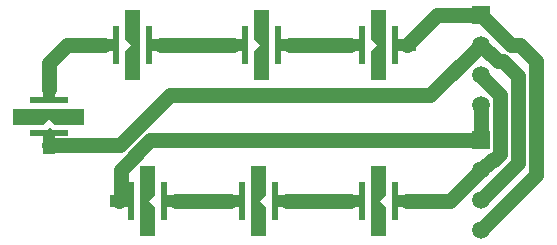
<source format=gtl>
G04*
G04 #@! TF.GenerationSoftware,Altium Limited,Altium Designer,21.3.1 (25)*
G04*
G04 Layer_Physical_Order=1*
G04 Layer_Color=255*
%FSLAX25Y25*%
%MOIN*%
G70*
G04*
G04 #@! TF.SameCoordinates,418F5990-4BBF-4DAF-8A5A-E609F629B44B*
G04*
G04*
G04 #@! TF.FilePolarity,Positive*
G04*
G01*
G75*
%ADD11C,0.01000*%
%ADD12R,0.05906X0.03937*%
%ADD13R,0.01968X0.12992*%
%ADD14R,0.03937X0.05906*%
%ADD15R,0.12992X0.01968*%
%ADD23C,0.05000*%
%ADD24C,0.03937*%
%ADD25R,0.05906X0.05906*%
%ADD26C,0.05906*%
G36*
X294559Y118189D02*
X289441D01*
Y141811D01*
X294559D01*
Y131968D01*
X292590Y130000D01*
X294559Y128032D01*
Y118189D01*
D02*
G37*
G36*
X247189Y155441D02*
Y160559D01*
X270811D01*
Y155441D01*
X260968D01*
X259000Y157409D01*
X257031Y155441D01*
X247189D01*
D02*
G37*
G36*
X284441Y193811D02*
X289559D01*
Y170189D01*
X284441D01*
Y180032D01*
X286409Y182000D01*
X284441Y183968D01*
Y193811D01*
D02*
G37*
G36*
X331559Y118189D02*
X326441D01*
Y141811D01*
X331559D01*
Y131968D01*
X329591Y130000D01*
X331559Y128032D01*
Y118189D01*
D02*
G37*
G36*
X371559D02*
X366441D01*
Y141811D01*
X371559D01*
Y131968D01*
X369590Y130000D01*
X371559Y128032D01*
Y118189D01*
D02*
G37*
G36*
X327441Y193811D02*
X332559D01*
Y170189D01*
X327441D01*
Y180032D01*
X329410Y182000D01*
X327441Y183968D01*
Y193811D01*
D02*
G37*
G36*
X366441D02*
X371559D01*
Y170189D01*
X366441D01*
Y180032D01*
X368409Y182000D01*
X366441Y183968D01*
Y193811D01*
D02*
G37*
D11*
X258000Y151600D02*
Y152584D01*
X403000Y172000D02*
X403750Y171250D01*
X407957Y144340D02*
X407970Y144327D01*
X258000Y152584D02*
X259469Y154053D01*
D12*
X378400Y130000D02*
D03*
X359600D02*
D03*
X338400D02*
D03*
X319600D02*
D03*
X301400D02*
D03*
X282600D02*
D03*
X359600Y182000D02*
D03*
X378400D02*
D03*
X320600D02*
D03*
X339400D02*
D03*
X277600D02*
D03*
X296400D02*
D03*
D13*
X363488Y130000D02*
D03*
X374512D02*
D03*
X323488D02*
D03*
X334512D02*
D03*
X286488D02*
D03*
X297512D02*
D03*
X374512Y182000D02*
D03*
X363488D02*
D03*
X335512D02*
D03*
X324488D02*
D03*
X292512D02*
D03*
X281488D02*
D03*
D14*
X259000Y148600D02*
D03*
Y167400D02*
D03*
D15*
Y163512D02*
D03*
Y152488D02*
D03*
D23*
X296400Y182000D02*
X320600D01*
X259000Y167400D02*
Y176000D01*
X265000Y182000D02*
X277600D01*
X259000Y176000D02*
X265000Y182000D01*
X299408Y165213D02*
X386213D01*
X403000Y182000D01*
X282795Y148600D02*
X299408Y165213D01*
X259000Y148600D02*
X282795D01*
X282600Y130000D02*
X283053Y130453D01*
Y140373D01*
X292892Y150212D01*
X403000D01*
X301400Y130000D02*
X319600D01*
X338400D02*
X359600D01*
X378400D02*
X392788D01*
X403000Y140212D01*
X339400Y182000D02*
X359600D01*
X378400Y182079D02*
X388321Y192000D01*
X403000D01*
X378400Y182000D02*
Y182079D01*
X403000Y192000D02*
X413000Y182000D01*
X416000D01*
X408709Y176535D02*
X410464D01*
X403245Y182000D02*
X408709Y176535D01*
X410464D02*
X415453Y171547D01*
X421453Y138664D02*
Y176547D01*
X403000Y120212D02*
X421453Y138664D01*
X416000Y182000D02*
X421453Y176547D01*
X415453Y142664D02*
Y171547D01*
X403000Y150212D02*
Y162000D01*
X409453Y145809D02*
Y165302D01*
X403000Y130212D02*
X415453Y142664D01*
X403000Y171755D02*
Y172000D01*
Y171755D02*
X409453Y165302D01*
X407970Y144327D02*
X409453Y145809D01*
X403000Y182000D02*
X403245D01*
X407403Y143759D02*
X407970Y144327D01*
X406792Y143759D02*
X407403D01*
X403245Y140212D02*
X406792Y143759D01*
X403000Y140212D02*
X403245D01*
D24*
X369000Y134000D02*
D03*
Y126000D02*
D03*
X329000Y134000D02*
D03*
Y126000D02*
D03*
X292000Y134000D02*
D03*
Y126000D02*
D03*
X369000Y178000D02*
D03*
Y186000D02*
D03*
X330000Y178000D02*
D03*
Y186000D02*
D03*
X287000Y178000D02*
D03*
Y186000D02*
D03*
X263000Y158000D02*
D03*
X255000D02*
D03*
D25*
X403000Y150212D02*
D03*
Y192000D02*
D03*
D26*
Y140212D02*
D03*
Y130212D02*
D03*
Y120212D02*
D03*
Y162000D02*
D03*
Y172000D02*
D03*
Y182000D02*
D03*
M02*

</source>
